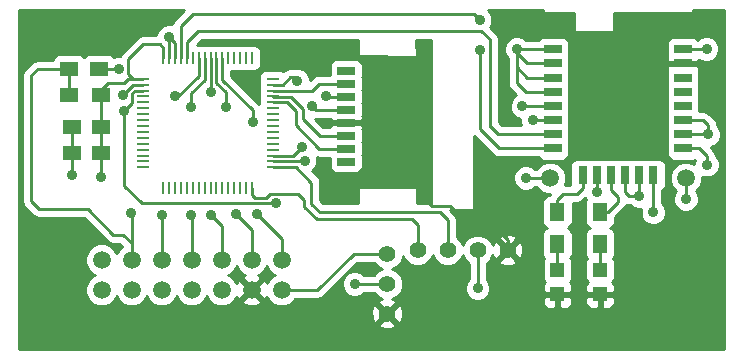
<source format=gtl>
G04 #@! TF.FileFunction,Copper,L1,Top,Signal*
%FSLAX46Y46*%
G04 Gerber Fmt 4.6, Leading zero omitted, Abs format (unit mm)*
G04 Created by KiCad (PCBNEW (2014-11-02 BZR 5250)-product) date 2/2/2015 7:49:39 PM*
%MOMM*%
G01*
G04 APERTURE LIST*
%ADD10C,0.100000*%
%ADD11R,1.500000X1.250000*%
%ADD12R,1.198880X1.198880*%
%ADD13C,1.397000*%
%ADD14R,1.500000X1.300000*%
%ADD15R,1.300000X1.500000*%
%ADD16R,1.000000X0.220000*%
%ADD17R,0.220000X1.000000*%
%ADD18C,1.500000*%
%ADD19R,1.500000X0.800000*%
%ADD20R,0.800000X1.500000*%
%ADD21R,1.500000X0.700000*%
%ADD22C,1.506220*%
%ADD23C,0.889000*%
%ADD24C,0.254000*%
G04 APERTURE END LIST*
D10*
D11*
X144023400Y-76250800D03*
X141523400Y-76250800D03*
X144226600Y-83362800D03*
X141726600Y-83362800D03*
X144226600Y-81178400D03*
X141726600Y-81178400D03*
D12*
X182854600Y-95321120D03*
X182854600Y-93223080D03*
X186461400Y-95321120D03*
X186461400Y-93223080D03*
D13*
X168447400Y-96956400D03*
X168447400Y-94416400D03*
X168457400Y-91876400D03*
D14*
X144225000Y-78486000D03*
X141525000Y-78486000D03*
D15*
X182854600Y-91037400D03*
X182854600Y-88337400D03*
X186461400Y-91037400D03*
X186461400Y-88337400D03*
D16*
X147738200Y-77072800D03*
X147738200Y-77572800D03*
X147738200Y-78072800D03*
X147738200Y-78572800D03*
X147738200Y-79072800D03*
X147738200Y-79572800D03*
X147738200Y-80072800D03*
X147738200Y-80572800D03*
X147738200Y-81072800D03*
X147738200Y-81572800D03*
X147738200Y-82072800D03*
X147738200Y-82572800D03*
X147738200Y-83072800D03*
X147738200Y-83572800D03*
X147738200Y-84072800D03*
X147738200Y-84572800D03*
D17*
X149488200Y-86322800D03*
X149988200Y-86322800D03*
X150488200Y-86322800D03*
X150988200Y-86322800D03*
X151488200Y-86322800D03*
X151988200Y-86322800D03*
X152488200Y-86322800D03*
X152988200Y-86322800D03*
X153488200Y-86322800D03*
X153988200Y-86322800D03*
X154488200Y-86322800D03*
X154988200Y-86322800D03*
X155488200Y-86322800D03*
X155988200Y-86322800D03*
X156488200Y-86322800D03*
X156988200Y-86322800D03*
D16*
X158738200Y-84572800D03*
X158738200Y-84072800D03*
X158738200Y-83572800D03*
X158738200Y-83072800D03*
X158738200Y-82572800D03*
X158738200Y-82072800D03*
X158738200Y-81572800D03*
X158738200Y-81072800D03*
X158738200Y-80572800D03*
X158738200Y-80072800D03*
X158738200Y-79572800D03*
X158738200Y-79072800D03*
X158738200Y-78572800D03*
X158738200Y-78072800D03*
X158738200Y-77572800D03*
X158738200Y-77072800D03*
D17*
X156988200Y-75322800D03*
X156488200Y-75322800D03*
X155988200Y-75322800D03*
X155488200Y-75322800D03*
X154988200Y-75322800D03*
X154488200Y-75322800D03*
X153988200Y-75322800D03*
X153488200Y-75322800D03*
X152988200Y-75322800D03*
X152488200Y-75322800D03*
X151988200Y-75322800D03*
X151488200Y-75322800D03*
X150988200Y-75322800D03*
X150488200Y-75322800D03*
X149988200Y-75322800D03*
X149488200Y-75322800D03*
D18*
X182235400Y-85467400D03*
D19*
X182485400Y-82967400D03*
X182485400Y-81767400D03*
X182485400Y-80567400D03*
X182485400Y-79367400D03*
X182485400Y-78167400D03*
X182485400Y-76967400D03*
X182485400Y-75767400D03*
X182485400Y-74567400D03*
X193485400Y-74567400D03*
X193485400Y-75767400D03*
X193485400Y-76967400D03*
X193485400Y-78167400D03*
X193485400Y-79367400D03*
X193485400Y-80567400D03*
X193485400Y-81767400D03*
X193485400Y-82967400D03*
D20*
X184985400Y-85217400D03*
X186185400Y-85217400D03*
X187385400Y-85217400D03*
X188585400Y-85217400D03*
X189785400Y-85217400D03*
X190985400Y-85217400D03*
D18*
X193735400Y-85467400D03*
D21*
X164979200Y-84098200D03*
X164979200Y-82998200D03*
X164979200Y-81898200D03*
X164979200Y-80798200D03*
X164979200Y-79698200D03*
X164979200Y-78598200D03*
X164979200Y-77498200D03*
X164979200Y-76398200D03*
D22*
X159496600Y-92406000D03*
X159496600Y-94946000D03*
X156956600Y-92406000D03*
X156956600Y-94946000D03*
X154416600Y-92406000D03*
X154416600Y-94946000D03*
X151876600Y-92406000D03*
X151876600Y-94946000D03*
X149336600Y-92406000D03*
X149336600Y-94946000D03*
X146796600Y-92406000D03*
X146796600Y-94946000D03*
X144256600Y-92406000D03*
X144256600Y-94946000D03*
D13*
X171013600Y-91587000D03*
X173553600Y-91587000D03*
X176093600Y-91597000D03*
X178633600Y-91597000D03*
D23*
X144246600Y-85369400D03*
X165684200Y-94437200D03*
X146037300Y-78435200D03*
X190969900Y-88379300D03*
X195503800Y-84353400D03*
X146177000Y-79806800D03*
X158991300Y-87617300D03*
X180771800Y-80568800D03*
X161442400Y-84048600D03*
X179882800Y-79400400D03*
X161188400Y-82880200D03*
X162077400Y-79349600D03*
X160832800Y-77241400D03*
X157048200Y-80721200D03*
X157403800Y-88544400D03*
X154762200Y-79451200D03*
X155625800Y-88544400D03*
X153492200Y-78232000D03*
X153492200Y-88595200D03*
X151866600Y-79502000D03*
X151866600Y-88595200D03*
X176276000Y-74676000D03*
X176276000Y-72085200D03*
X150495000Y-78536800D03*
X146786600Y-88442800D03*
X149339300Y-88620600D03*
X176093120Y-94813120D03*
X163271200Y-78574900D03*
X145719800Y-76250800D03*
X141732000Y-85191600D03*
X149987000Y-73533000D03*
X195630800Y-81788000D03*
X195478400Y-74549000D03*
X180174900Y-85458300D03*
X193738500Y-87274400D03*
X189788800Y-87020400D03*
X186182000Y-86702900D03*
X179412900Y-74574400D03*
X171411900Y-96951800D03*
X178628040Y-94787720D03*
D24*
X144226600Y-83362800D02*
X144226600Y-81178400D01*
X144226600Y-78487600D02*
X144225000Y-78486000D01*
X144226600Y-81178400D02*
X144226600Y-78487600D01*
X144805400Y-77470000D02*
X146126200Y-77470000D01*
X146126200Y-77470000D02*
X146523400Y-77072800D01*
X146523400Y-77072800D02*
X147738200Y-77072800D01*
X144225000Y-78050400D02*
X144805400Y-77470000D01*
X144225000Y-78486000D02*
X144225000Y-78050400D01*
X146948200Y-77072800D02*
X146532600Y-76657200D01*
X146532600Y-76657200D02*
X146532600Y-75438000D01*
X146532600Y-75438000D02*
X147802600Y-74168000D01*
X147802600Y-74168000D02*
X149225000Y-74168000D01*
X149225000Y-74168000D02*
X149488200Y-74431200D01*
X149488200Y-74431200D02*
X149488200Y-75322800D01*
X147738200Y-77072800D02*
X146948200Y-77072800D01*
X144226600Y-85349400D02*
X144246600Y-85369400D01*
X165684200Y-94437200D02*
X165705000Y-94416400D01*
X165705000Y-94416400D02*
X168447400Y-94416400D01*
X144226600Y-83362800D02*
X144226600Y-85349400D01*
X182854600Y-87299800D02*
X183337200Y-86817200D01*
X183337200Y-86817200D02*
X184518300Y-86817200D01*
X184518300Y-86817200D02*
X184985400Y-86350100D01*
X184985400Y-86350100D02*
X184985400Y-85217400D01*
X182854600Y-88337400D02*
X182854600Y-87299800D01*
X187138300Y-88337400D02*
X187972700Y-87503000D01*
X187972700Y-87503000D02*
X187972700Y-87058500D01*
X187972700Y-87058500D02*
X187385400Y-86471200D01*
X187385400Y-86471200D02*
X187385400Y-85217400D01*
X186461400Y-88337400D02*
X187138300Y-88337400D01*
X190985400Y-88363800D02*
X190985400Y-85217400D01*
X147738200Y-77572800D02*
X146899700Y-77572800D01*
X146037300Y-78435200D02*
X146899700Y-77572800D01*
X190985400Y-88363800D02*
X190969900Y-88379300D01*
X194867100Y-82967400D02*
X195503800Y-83604100D01*
X195503800Y-83604100D02*
X195503800Y-84353400D01*
X193485400Y-82967400D02*
X194867100Y-82967400D01*
X147085500Y-78072800D02*
X146862800Y-78295500D01*
X146862800Y-78295500D02*
X146862800Y-79121000D01*
X146862800Y-79121000D02*
X146177000Y-79806800D01*
X147085500Y-78072800D02*
X147738200Y-78072800D01*
X146177000Y-86131400D02*
X146177000Y-79806800D01*
X147675600Y-87630000D02*
X146177000Y-86131400D01*
X149288500Y-87630000D02*
X147675600Y-87630000D01*
X149301200Y-87617300D02*
X149288500Y-87630000D01*
X158991300Y-87617300D02*
X149301200Y-87617300D01*
X180773200Y-80567400D02*
X180771800Y-80568800D01*
X182485400Y-80567400D02*
X180773200Y-80567400D01*
X161418200Y-84072800D02*
X158738200Y-84072800D01*
X161442400Y-84048600D02*
X161418200Y-84072800D01*
X179915800Y-79367400D02*
X179882800Y-79400400D01*
X160495800Y-83572800D02*
X158738200Y-83572800D01*
X161188400Y-82880200D02*
X160495800Y-83572800D01*
X182485400Y-79367400D02*
X179915800Y-79367400D01*
X162703400Y-82998200D02*
X160705800Y-81000600D01*
X164979200Y-82998200D02*
X162703400Y-82998200D01*
X160705800Y-81000600D02*
X160705800Y-79781400D01*
X160705800Y-79781400D02*
X159997200Y-79072800D01*
X159997200Y-79072800D02*
X158738200Y-79072800D01*
X158738200Y-78615598D02*
X158738200Y-78572800D01*
X161315400Y-80492600D02*
X161315400Y-79654400D01*
X161315400Y-79654400D02*
X160276598Y-78615598D01*
X160276598Y-78615598D02*
X158738200Y-78615598D01*
X162721000Y-81898200D02*
X161315400Y-80492600D01*
X164979200Y-81898200D02*
X162721000Y-81898200D01*
X162109600Y-78072800D02*
X158738200Y-78072800D01*
X162684200Y-77498200D02*
X162109600Y-78072800D01*
X164979200Y-77498200D02*
X162684200Y-77498200D01*
X160832800Y-77241400D02*
X160553400Y-76962000D01*
X160553400Y-76962000D02*
X160197800Y-76962000D01*
X160197800Y-76962000D02*
X159587000Y-77572800D01*
X159587000Y-77572800D02*
X158738200Y-77572800D01*
X162426000Y-79698200D02*
X162077400Y-79349600D01*
X164979200Y-79698200D02*
X162426000Y-79698200D01*
X154488200Y-77196000D02*
X157048200Y-79756000D01*
X157048200Y-79756000D02*
X157048200Y-80721200D01*
X157403800Y-88544400D02*
X159496600Y-90637200D01*
X159496600Y-90637200D02*
X159496600Y-92406000D01*
X154488200Y-75322800D02*
X154488200Y-77196000D01*
X153988200Y-77458000D02*
X154762200Y-78232000D01*
X154762200Y-78232000D02*
X154762200Y-79451200D01*
X155625800Y-88544400D02*
X156956600Y-89875200D01*
X156956600Y-89875200D02*
X156956600Y-92406000D01*
X153988200Y-75322800D02*
X153988200Y-77458000D01*
X153488200Y-78228000D02*
X153492200Y-78232000D01*
X153492200Y-88595200D02*
X154416600Y-89519600D01*
X154416600Y-89519600D02*
X154416600Y-92406000D01*
X153488200Y-75322800D02*
X153488200Y-78228000D01*
X152988200Y-77161200D02*
X151866600Y-78282800D01*
X151866600Y-78282800D02*
X151866600Y-79502000D01*
X151866600Y-88595200D02*
X151876600Y-88605200D01*
X151876600Y-88605200D02*
X151876600Y-92406000D01*
X152988200Y-75322800D02*
X152988200Y-77161200D01*
X177114200Y-81051400D02*
X177114200Y-73710800D01*
X177114200Y-81127600D02*
X177114200Y-81051400D01*
X177114200Y-73710800D02*
X176403000Y-72999600D01*
X176403000Y-72999600D02*
X152425400Y-72999600D01*
X152425400Y-72999600D02*
X151488200Y-73936800D01*
X151488200Y-73936800D02*
X151488200Y-75322800D01*
X177830200Y-81767400D02*
X177114200Y-81051400D01*
X182485400Y-81767400D02*
X180167000Y-81767400D01*
X180167000Y-81767400D02*
X177830200Y-81767400D01*
X177938000Y-82967400D02*
X176276000Y-81305400D01*
X176276000Y-81305400D02*
X176276000Y-74676000D01*
X176276000Y-72085200D02*
X175768000Y-71577200D01*
X180351000Y-82967400D02*
X182485400Y-82967400D01*
X150988200Y-75322800D02*
X150988200Y-72582600D01*
X151993600Y-71577200D02*
X150988200Y-72582600D01*
X175768000Y-71577200D02*
X151993600Y-71577200D01*
X180351000Y-82967400D02*
X177938000Y-82967400D01*
X165603400Y-91876400D02*
X162533800Y-94946000D01*
X162533800Y-94946000D02*
X159496600Y-94946000D01*
X168457400Y-91876400D02*
X165603400Y-91876400D01*
X146796600Y-90982800D02*
X146796600Y-92406000D01*
X152488200Y-76797600D02*
X150749000Y-78536800D01*
X150749000Y-78536800D02*
X150495000Y-78536800D01*
X146786600Y-88442800D02*
X146796600Y-88452800D01*
X146796600Y-90271600D02*
X146796600Y-90982800D01*
X146796600Y-88452800D02*
X146796600Y-90271600D01*
X152488200Y-75322800D02*
X152488200Y-76797600D01*
X141525000Y-76252400D02*
X141523400Y-76250800D01*
X141525000Y-78486000D02*
X141525000Y-76252400D01*
X146075400Y-90271600D02*
X146796600Y-90992800D01*
X146796600Y-90992800D02*
X146786600Y-90982800D01*
X146786600Y-90982800D02*
X146796600Y-90982800D01*
X141523400Y-76250800D02*
X138836400Y-76250800D01*
X138303000Y-76784200D02*
X138836400Y-76250800D01*
X138303000Y-87452200D02*
X138303000Y-76784200D01*
X138938000Y-88087200D02*
X138303000Y-87452200D01*
X143078200Y-88087200D02*
X138938000Y-88087200D01*
X145262600Y-90271600D02*
X143078200Y-88087200D01*
X145262600Y-90271600D02*
X146075400Y-90271600D01*
X182854600Y-91037400D02*
X182854600Y-93223080D01*
X186461400Y-91037400D02*
X186461400Y-93223080D01*
X149336600Y-92406000D02*
X149336600Y-88623300D01*
X149336600Y-88623300D02*
X149339300Y-88620600D01*
X176093600Y-91597000D02*
X176093600Y-94812640D01*
X176093600Y-94812640D02*
X176093120Y-94813120D01*
X163294500Y-78598200D02*
X163271200Y-78574900D01*
X164979200Y-78598200D02*
X163294500Y-78598200D01*
X144023400Y-76250800D02*
X145719800Y-76250800D01*
X141726600Y-81178400D02*
X141726600Y-83362800D01*
X141726600Y-85186200D02*
X141732000Y-85191600D01*
X141726600Y-83362800D02*
X141726600Y-85186200D01*
X150488200Y-74034200D02*
X149987000Y-73533000D01*
X149988200Y-73534200D02*
X149988200Y-75322800D01*
X149988200Y-73534200D02*
X149987000Y-73533000D01*
X150488200Y-75322800D02*
X150488200Y-74034200D01*
X180275700Y-75767400D02*
X179412900Y-74904600D01*
X179412900Y-74904600D02*
X179412900Y-74574400D01*
X179419900Y-74567400D02*
X179412900Y-74574400D01*
X179419900Y-74567400D02*
X182485400Y-74567400D01*
X182485400Y-75767400D02*
X180275700Y-75767400D01*
X180320000Y-76967400D02*
X179412900Y-76060300D01*
X179412900Y-76060300D02*
X179412900Y-74574400D01*
X182485400Y-76967400D02*
X180320000Y-76967400D01*
X180173800Y-78167400D02*
X179412900Y-77406500D01*
X179412900Y-77406500D02*
X179412900Y-74574400D01*
X182485400Y-78167400D02*
X180173800Y-78167400D01*
X195184900Y-80567400D02*
X195630800Y-81013300D01*
X195630800Y-81013300D02*
X195630800Y-81788000D01*
X195610200Y-81767400D02*
X193485400Y-81767400D01*
X195610200Y-81767400D02*
X195630800Y-81788000D01*
X193485400Y-80567400D02*
X195184900Y-80567400D01*
X195460000Y-74567400D02*
X195478400Y-74549000D01*
X193485400Y-74567400D02*
X195460000Y-74567400D01*
X180184000Y-85467400D02*
X180174900Y-85458300D01*
X182235400Y-85467400D02*
X180184000Y-85467400D01*
X193735400Y-87271300D02*
X193738500Y-87274400D01*
X193735400Y-85467400D02*
X193735400Y-87271300D01*
X189785400Y-87017000D02*
X189788800Y-87020400D01*
X189785400Y-85217400D02*
X189785400Y-87017000D01*
X188585400Y-86693300D02*
X188912500Y-87020400D01*
X188912500Y-87020400D02*
X189788800Y-87020400D01*
X188585400Y-85217400D02*
X188585400Y-86693300D01*
X186185400Y-86699500D02*
X186182000Y-86702900D01*
X186185400Y-85217400D02*
X186185400Y-86699500D01*
X178633600Y-90749600D02*
X178633600Y-91597000D01*
X177800000Y-89916000D02*
X178633600Y-90749600D01*
X175260000Y-89916000D02*
X177800000Y-89916000D01*
X174752000Y-89408000D02*
X175260000Y-89916000D01*
X164979200Y-80798200D02*
X167158200Y-80798200D01*
X174752000Y-88900000D02*
X174752000Y-89408000D01*
X173736000Y-87884000D02*
X174752000Y-88900000D01*
X172212000Y-87884000D02*
X173736000Y-87884000D01*
X171704000Y-87376000D02*
X172212000Y-87884000D01*
X171704000Y-85344000D02*
X171704000Y-87376000D01*
X167158200Y-80798200D02*
X171704000Y-85344000D01*
X156988200Y-86322800D02*
X156988200Y-86917218D01*
X171013600Y-89449120D02*
X171013600Y-91587000D01*
X170515280Y-88950800D02*
X171013600Y-89449120D01*
X162483800Y-88950800D02*
X170515280Y-88950800D01*
X161437320Y-87904320D02*
X162483800Y-88950800D01*
X161437320Y-87335360D02*
X161437320Y-87904320D01*
X160903920Y-86801960D02*
X161437320Y-87335360D01*
X158536640Y-86801960D02*
X160903920Y-86801960D01*
X158178502Y-87160098D02*
X158536640Y-86801960D01*
X157231080Y-87160098D02*
X158178502Y-87160098D01*
X156988200Y-86917218D02*
X157231080Y-87160098D01*
X158738200Y-84572800D02*
X160706760Y-84572800D01*
X173553600Y-89022400D02*
X173553600Y-91587000D01*
X172923200Y-88392000D02*
X173553600Y-89022400D01*
X162727640Y-88392000D02*
X172923200Y-88392000D01*
X162011360Y-87675720D02*
X162727640Y-88392000D01*
X162011360Y-85877400D02*
X162011360Y-87675720D01*
X160706760Y-84572800D02*
X162011360Y-85877400D01*
G36*
X172161200Y-87630000D02*
X170942000Y-87630000D01*
X170942000Y-86207600D01*
X165938200Y-86207600D01*
X165938200Y-87630000D01*
X163043269Y-87630000D01*
X162773360Y-87360090D01*
X162773360Y-85877400D01*
X162715356Y-85585796D01*
X162715356Y-85585795D01*
X162550175Y-85338585D01*
X162114537Y-84902947D01*
X162357022Y-84660886D01*
X162521713Y-84264268D01*
X162522087Y-83834816D01*
X162472258Y-83714223D01*
X162703400Y-83760200D01*
X163594200Y-83760200D01*
X163594200Y-83874509D01*
X163594200Y-84574509D01*
X163690873Y-84807898D01*
X163869501Y-84986527D01*
X164102890Y-85083200D01*
X164355509Y-85083200D01*
X165855509Y-85083200D01*
X166088898Y-84986527D01*
X166267527Y-84807899D01*
X166364200Y-84574510D01*
X166364200Y-84321891D01*
X166364200Y-83621891D01*
X166333676Y-83548200D01*
X166364200Y-83474510D01*
X166364200Y-83221891D01*
X166364200Y-82521891D01*
X166333676Y-82448200D01*
X166364200Y-82374510D01*
X166364200Y-82121891D01*
X166364200Y-81421891D01*
X166333676Y-81348200D01*
X166364200Y-81274509D01*
X166364200Y-81083950D01*
X166205450Y-80925200D01*
X165884480Y-80925200D01*
X165855510Y-80913200D01*
X165602891Y-80913200D01*
X164102891Y-80913200D01*
X164073920Y-80925200D01*
X163752950Y-80925200D01*
X163594200Y-81083950D01*
X163594200Y-81136200D01*
X163036630Y-81136200D01*
X162344398Y-80443968D01*
X162426000Y-80460200D01*
X163594200Y-80460200D01*
X163594200Y-80512450D01*
X163752950Y-80671200D01*
X164073919Y-80671200D01*
X164102890Y-80683200D01*
X164355509Y-80683200D01*
X165855509Y-80683200D01*
X165884479Y-80671200D01*
X166205450Y-80671200D01*
X166364200Y-80512450D01*
X166364200Y-80321891D01*
X166333676Y-80248200D01*
X166364200Y-80174510D01*
X166364200Y-79921891D01*
X166364200Y-79221891D01*
X166333676Y-79148200D01*
X166364200Y-79074510D01*
X166364200Y-78821891D01*
X166364200Y-78121891D01*
X166333676Y-78048200D01*
X166364200Y-77974510D01*
X166364200Y-77721891D01*
X166364200Y-77021891D01*
X166333676Y-76948200D01*
X166364200Y-76874510D01*
X166364200Y-76621891D01*
X166364200Y-75921891D01*
X166267527Y-75688502D01*
X166088899Y-75509873D01*
X165855510Y-75413200D01*
X165602891Y-75413200D01*
X164102891Y-75413200D01*
X163869502Y-75509873D01*
X163690873Y-75688501D01*
X163594200Y-75921890D01*
X163594200Y-76174509D01*
X163594200Y-76736200D01*
X162684200Y-76736200D01*
X162392595Y-76794204D01*
X162145385Y-76959385D01*
X161912343Y-77192426D01*
X161912487Y-77027616D01*
X161748489Y-76630711D01*
X161445086Y-76326778D01*
X161048468Y-76162087D01*
X160619016Y-76161713D01*
X160526354Y-76200000D01*
X160197800Y-76200000D01*
X159906195Y-76258004D01*
X159807176Y-76324165D01*
X159658985Y-76423184D01*
X159627797Y-76454371D01*
X159597899Y-76424473D01*
X159364510Y-76327800D01*
X159111891Y-76327800D01*
X158111891Y-76327800D01*
X157878502Y-76424473D01*
X157699873Y-76603101D01*
X157603200Y-76836490D01*
X157603200Y-77089109D01*
X157603200Y-77309109D01*
X157608870Y-77322799D01*
X157603200Y-77336490D01*
X157603200Y-77589109D01*
X157603200Y-77809109D01*
X157608870Y-77822799D01*
X157603200Y-77836490D01*
X157603200Y-78089109D01*
X157603200Y-78309109D01*
X157608870Y-78322799D01*
X157603200Y-78336490D01*
X157603200Y-78589109D01*
X157603200Y-78809109D01*
X157608870Y-78822799D01*
X157603200Y-78836490D01*
X157603200Y-79089109D01*
X157603200Y-79241406D01*
X157587016Y-79217185D01*
X155250200Y-76880369D01*
X155250200Y-76457099D01*
X155251890Y-76457800D01*
X155504509Y-76457800D01*
X155724509Y-76457800D01*
X155738199Y-76452129D01*
X155751890Y-76457800D01*
X156004509Y-76457800D01*
X156224509Y-76457800D01*
X156238199Y-76452129D01*
X156251890Y-76457800D01*
X156504509Y-76457800D01*
X156724509Y-76457800D01*
X156738199Y-76452129D01*
X156751890Y-76457800D01*
X157004509Y-76457800D01*
X157224509Y-76457800D01*
X157457898Y-76361127D01*
X157636527Y-76182499D01*
X157733200Y-75949110D01*
X157733200Y-75696491D01*
X157733200Y-74696491D01*
X157636527Y-74463102D01*
X157457899Y-74284473D01*
X157224510Y-74187800D01*
X156971891Y-74187800D01*
X156751891Y-74187800D01*
X156738200Y-74193470D01*
X156724510Y-74187800D01*
X156471891Y-74187800D01*
X156251891Y-74187800D01*
X156238200Y-74193470D01*
X156224510Y-74187800D01*
X155971891Y-74187800D01*
X155751891Y-74187800D01*
X155738200Y-74193470D01*
X155724510Y-74187800D01*
X155471891Y-74187800D01*
X155251891Y-74187800D01*
X155238200Y-74193470D01*
X155224510Y-74187800D01*
X154971891Y-74187800D01*
X154751891Y-74187800D01*
X154738200Y-74193470D01*
X154724510Y-74187800D01*
X154471891Y-74187800D01*
X154251891Y-74187800D01*
X154238200Y-74193470D01*
X154224510Y-74187800D01*
X153971891Y-74187800D01*
X153751891Y-74187800D01*
X153738200Y-74193470D01*
X153724510Y-74187800D01*
X153471891Y-74187800D01*
X153251891Y-74187800D01*
X153238200Y-74193470D01*
X153224510Y-74187800D01*
X152971891Y-74187800D01*
X152751891Y-74187800D01*
X152738200Y-74193470D01*
X152724510Y-74187800D01*
X152471891Y-74187800D01*
X152314830Y-74187800D01*
X152741030Y-73761600D01*
X165938200Y-73761600D01*
X165938200Y-75180754D01*
X170929879Y-75212752D01*
X170892669Y-73761600D01*
X172161200Y-73761600D01*
X172161200Y-87630000D01*
X172161200Y-87630000D01*
G37*
X172161200Y-87630000D02*
X170942000Y-87630000D01*
X170942000Y-86207600D01*
X165938200Y-86207600D01*
X165938200Y-87630000D01*
X163043269Y-87630000D01*
X162773360Y-87360090D01*
X162773360Y-85877400D01*
X162715356Y-85585796D01*
X162715356Y-85585795D01*
X162550175Y-85338585D01*
X162114537Y-84902947D01*
X162357022Y-84660886D01*
X162521713Y-84264268D01*
X162522087Y-83834816D01*
X162472258Y-83714223D01*
X162703400Y-83760200D01*
X163594200Y-83760200D01*
X163594200Y-83874509D01*
X163594200Y-84574509D01*
X163690873Y-84807898D01*
X163869501Y-84986527D01*
X164102890Y-85083200D01*
X164355509Y-85083200D01*
X165855509Y-85083200D01*
X166088898Y-84986527D01*
X166267527Y-84807899D01*
X166364200Y-84574510D01*
X166364200Y-84321891D01*
X166364200Y-83621891D01*
X166333676Y-83548200D01*
X166364200Y-83474510D01*
X166364200Y-83221891D01*
X166364200Y-82521891D01*
X166333676Y-82448200D01*
X166364200Y-82374510D01*
X166364200Y-82121891D01*
X166364200Y-81421891D01*
X166333676Y-81348200D01*
X166364200Y-81274509D01*
X166364200Y-81083950D01*
X166205450Y-80925200D01*
X165884480Y-80925200D01*
X165855510Y-80913200D01*
X165602891Y-80913200D01*
X164102891Y-80913200D01*
X164073920Y-80925200D01*
X163752950Y-80925200D01*
X163594200Y-81083950D01*
X163594200Y-81136200D01*
X163036630Y-81136200D01*
X162344398Y-80443968D01*
X162426000Y-80460200D01*
X163594200Y-80460200D01*
X163594200Y-80512450D01*
X163752950Y-80671200D01*
X164073919Y-80671200D01*
X164102890Y-80683200D01*
X164355509Y-80683200D01*
X165855509Y-80683200D01*
X165884479Y-80671200D01*
X166205450Y-80671200D01*
X166364200Y-80512450D01*
X166364200Y-80321891D01*
X166333676Y-80248200D01*
X166364200Y-80174510D01*
X166364200Y-79921891D01*
X166364200Y-79221891D01*
X166333676Y-79148200D01*
X166364200Y-79074510D01*
X166364200Y-78821891D01*
X166364200Y-78121891D01*
X166333676Y-78048200D01*
X166364200Y-77974510D01*
X166364200Y-77721891D01*
X166364200Y-77021891D01*
X166333676Y-76948200D01*
X166364200Y-76874510D01*
X166364200Y-76621891D01*
X166364200Y-75921891D01*
X166267527Y-75688502D01*
X166088899Y-75509873D01*
X165855510Y-75413200D01*
X165602891Y-75413200D01*
X164102891Y-75413200D01*
X163869502Y-75509873D01*
X163690873Y-75688501D01*
X163594200Y-75921890D01*
X163594200Y-76174509D01*
X163594200Y-76736200D01*
X162684200Y-76736200D01*
X162392595Y-76794204D01*
X162145385Y-76959385D01*
X161912343Y-77192426D01*
X161912487Y-77027616D01*
X161748489Y-76630711D01*
X161445086Y-76326778D01*
X161048468Y-76162087D01*
X160619016Y-76161713D01*
X160526354Y-76200000D01*
X160197800Y-76200000D01*
X159906195Y-76258004D01*
X159807176Y-76324165D01*
X159658985Y-76423184D01*
X159627797Y-76454371D01*
X159597899Y-76424473D01*
X159364510Y-76327800D01*
X159111891Y-76327800D01*
X158111891Y-76327800D01*
X157878502Y-76424473D01*
X157699873Y-76603101D01*
X157603200Y-76836490D01*
X157603200Y-77089109D01*
X157603200Y-77309109D01*
X157608870Y-77322799D01*
X157603200Y-77336490D01*
X157603200Y-77589109D01*
X157603200Y-77809109D01*
X157608870Y-77822799D01*
X157603200Y-77836490D01*
X157603200Y-78089109D01*
X157603200Y-78309109D01*
X157608870Y-78322799D01*
X157603200Y-78336490D01*
X157603200Y-78589109D01*
X157603200Y-78809109D01*
X157608870Y-78822799D01*
X157603200Y-78836490D01*
X157603200Y-79089109D01*
X157603200Y-79241406D01*
X157587016Y-79217185D01*
X155250200Y-76880369D01*
X155250200Y-76457099D01*
X155251890Y-76457800D01*
X155504509Y-76457800D01*
X155724509Y-76457800D01*
X155738199Y-76452129D01*
X155751890Y-76457800D01*
X156004509Y-76457800D01*
X156224509Y-76457800D01*
X156238199Y-76452129D01*
X156251890Y-76457800D01*
X156504509Y-76457800D01*
X156724509Y-76457800D01*
X156738199Y-76452129D01*
X156751890Y-76457800D01*
X157004509Y-76457800D01*
X157224509Y-76457800D01*
X157457898Y-76361127D01*
X157636527Y-76182499D01*
X157733200Y-75949110D01*
X157733200Y-75696491D01*
X157733200Y-74696491D01*
X157636527Y-74463102D01*
X157457899Y-74284473D01*
X157224510Y-74187800D01*
X156971891Y-74187800D01*
X156751891Y-74187800D01*
X156738200Y-74193470D01*
X156724510Y-74187800D01*
X156471891Y-74187800D01*
X156251891Y-74187800D01*
X156238200Y-74193470D01*
X156224510Y-74187800D01*
X155971891Y-74187800D01*
X155751891Y-74187800D01*
X155738200Y-74193470D01*
X155724510Y-74187800D01*
X155471891Y-74187800D01*
X155251891Y-74187800D01*
X155238200Y-74193470D01*
X155224510Y-74187800D01*
X154971891Y-74187800D01*
X154751891Y-74187800D01*
X154738200Y-74193470D01*
X154724510Y-74187800D01*
X154471891Y-74187800D01*
X154251891Y-74187800D01*
X154238200Y-74193470D01*
X154224510Y-74187800D01*
X153971891Y-74187800D01*
X153751891Y-74187800D01*
X153738200Y-74193470D01*
X153724510Y-74187800D01*
X153471891Y-74187800D01*
X153251891Y-74187800D01*
X153238200Y-74193470D01*
X153224510Y-74187800D01*
X152971891Y-74187800D01*
X152751891Y-74187800D01*
X152738200Y-74193470D01*
X152724510Y-74187800D01*
X152471891Y-74187800D01*
X152314830Y-74187800D01*
X152741030Y-73761600D01*
X165938200Y-73761600D01*
X165938200Y-75180754D01*
X170929879Y-75212752D01*
X170892669Y-73761600D01*
X172161200Y-73761600D01*
X172161200Y-87630000D01*
G36*
X196977000Y-99949000D02*
X196710487Y-99949000D01*
X196710487Y-81574216D01*
X196558087Y-81205380D01*
X196558087Y-74335216D01*
X196394089Y-73938311D01*
X196090686Y-73634378D01*
X195694068Y-73469687D01*
X195264616Y-73469313D01*
X194867711Y-73633311D01*
X194733406Y-73767381D01*
X194595099Y-73629073D01*
X194361710Y-73532400D01*
X194109091Y-73532400D01*
X192609091Y-73532400D01*
X192375702Y-73629073D01*
X192197073Y-73807701D01*
X192100400Y-74041090D01*
X192100400Y-74293709D01*
X192100400Y-75093709D01*
X192130923Y-75167399D01*
X192100400Y-75241090D01*
X192100400Y-75481650D01*
X192259150Y-75640400D01*
X193358400Y-75640400D01*
X193358400Y-75620400D01*
X193612400Y-75620400D01*
X193612400Y-75640400D01*
X194711650Y-75640400D01*
X194870400Y-75481650D01*
X194870400Y-75465401D01*
X195262732Y-75628313D01*
X195692184Y-75628687D01*
X196089089Y-75464689D01*
X196393022Y-75161286D01*
X196557713Y-74764668D01*
X196558087Y-74335216D01*
X196558087Y-81205380D01*
X196546489Y-81177311D01*
X196392800Y-81023353D01*
X196392800Y-81013300D01*
X196334796Y-80721696D01*
X196334796Y-80721695D01*
X196169615Y-80474485D01*
X195723715Y-80028585D01*
X195476505Y-79863404D01*
X195184900Y-79805400D01*
X194870400Y-79805400D01*
X194870400Y-79641091D01*
X194870400Y-78841091D01*
X194839876Y-78767400D01*
X194870400Y-78693710D01*
X194870400Y-78441091D01*
X194870400Y-77641091D01*
X194839876Y-77567400D01*
X194870400Y-77493710D01*
X194870400Y-77241091D01*
X194870400Y-76441091D01*
X194839876Y-76367400D01*
X194870400Y-76293710D01*
X194870400Y-76053150D01*
X194711650Y-75894400D01*
X193612400Y-75894400D01*
X193612400Y-75914400D01*
X193358400Y-75914400D01*
X193358400Y-75894400D01*
X192259150Y-75894400D01*
X192100400Y-76053150D01*
X192100400Y-76293710D01*
X192130923Y-76367400D01*
X192100400Y-76441090D01*
X192100400Y-76693709D01*
X192100400Y-77493709D01*
X192130923Y-77567399D01*
X192100400Y-77641090D01*
X192100400Y-77893709D01*
X192100400Y-78693709D01*
X192130923Y-78767399D01*
X192100400Y-78841090D01*
X192100400Y-79093709D01*
X192100400Y-79893709D01*
X192130923Y-79967399D01*
X192100400Y-80041090D01*
X192100400Y-80293709D01*
X192100400Y-81093709D01*
X192130923Y-81167399D01*
X192100400Y-81241090D01*
X192100400Y-81493709D01*
X192100400Y-82293709D01*
X192130923Y-82367399D01*
X192100400Y-82441090D01*
X192100400Y-82693709D01*
X192100400Y-83493709D01*
X192197073Y-83727098D01*
X192375701Y-83905727D01*
X192609090Y-84002400D01*
X192861709Y-84002400D01*
X194361709Y-84002400D01*
X194505395Y-83942882D01*
X194424487Y-84137732D01*
X194424385Y-84253836D01*
X194012102Y-84082641D01*
X193461115Y-84082160D01*
X192951885Y-84292569D01*
X192561939Y-84681836D01*
X192350641Y-85190698D01*
X192350160Y-85741685D01*
X192560569Y-86250915D01*
X192897593Y-86588527D01*
X192823878Y-86662114D01*
X192659187Y-87058732D01*
X192658813Y-87488184D01*
X192822811Y-87885089D01*
X193126214Y-88189022D01*
X193522832Y-88353713D01*
X193952284Y-88354087D01*
X194349189Y-88190089D01*
X194653122Y-87886686D01*
X194817813Y-87490068D01*
X194818187Y-87060616D01*
X194654189Y-86663711D01*
X194575929Y-86585315D01*
X194908861Y-86252964D01*
X195120159Y-85744102D01*
X195120491Y-85363102D01*
X195288132Y-85432713D01*
X195717584Y-85433087D01*
X196114489Y-85269089D01*
X196418422Y-84965686D01*
X196583113Y-84569068D01*
X196583487Y-84139616D01*
X196419489Y-83742711D01*
X196261987Y-83584934D01*
X196207796Y-83312496D01*
X196207796Y-83312495D01*
X196141634Y-83213476D01*
X196042616Y-83065285D01*
X195844890Y-82867560D01*
X196241489Y-82703689D01*
X196545422Y-82400286D01*
X196710113Y-82003668D01*
X196710487Y-81574216D01*
X196710487Y-99949000D01*
X192049587Y-99949000D01*
X192049587Y-88165516D01*
X191885589Y-87768611D01*
X191747400Y-87630180D01*
X191747400Y-86503425D01*
X191923727Y-86327099D01*
X192020400Y-86093710D01*
X192020400Y-85841091D01*
X192020400Y-84341091D01*
X191923727Y-84107702D01*
X191745099Y-83929073D01*
X191511710Y-83832400D01*
X191259091Y-83832400D01*
X190459091Y-83832400D01*
X190385400Y-83862923D01*
X190311710Y-83832400D01*
X190059091Y-83832400D01*
X189259091Y-83832400D01*
X189185400Y-83862923D01*
X189111710Y-83832400D01*
X188859091Y-83832400D01*
X188059091Y-83832400D01*
X187985400Y-83862923D01*
X187911710Y-83832400D01*
X187659091Y-83832400D01*
X186859091Y-83832400D01*
X186785400Y-83862923D01*
X186711710Y-83832400D01*
X186459091Y-83832400D01*
X185659091Y-83832400D01*
X185585400Y-83862923D01*
X185511710Y-83832400D01*
X185259091Y-83832400D01*
X184459091Y-83832400D01*
X184225702Y-83929073D01*
X184047073Y-84107701D01*
X183950400Y-84341090D01*
X183950400Y-84593709D01*
X183950400Y-86055200D01*
X183490979Y-86055200D01*
X183620159Y-85744102D01*
X183620640Y-85193115D01*
X183410231Y-84683885D01*
X183020964Y-84293939D01*
X182512102Y-84082641D01*
X181961115Y-84082160D01*
X181451885Y-84292569D01*
X181061939Y-84681836D01*
X181052154Y-84705400D01*
X180948625Y-84705400D01*
X180787186Y-84543678D01*
X180390568Y-84378987D01*
X179961116Y-84378613D01*
X179564211Y-84542611D01*
X179260278Y-84846014D01*
X179095587Y-85242632D01*
X179095213Y-85672084D01*
X179259211Y-86068989D01*
X179562614Y-86372922D01*
X179959232Y-86537613D01*
X180388684Y-86537987D01*
X180785589Y-86373989D01*
X180930430Y-86229400D01*
X181051679Y-86229400D01*
X181060569Y-86250915D01*
X181449836Y-86640861D01*
X181958698Y-86852159D01*
X182254691Y-86852417D01*
X182187885Y-86952400D01*
X182078291Y-86952400D01*
X181844902Y-87049073D01*
X181666273Y-87227701D01*
X181569600Y-87461090D01*
X181569600Y-87713709D01*
X181569600Y-89213709D01*
X181666273Y-89447098D01*
X181844901Y-89625727D01*
X181993793Y-89687400D01*
X181844902Y-89749073D01*
X181666273Y-89927701D01*
X181569600Y-90161090D01*
X181569600Y-90413709D01*
X181569600Y-91913709D01*
X181666273Y-92147098D01*
X181749974Y-92230799D01*
X181716833Y-92263941D01*
X181620160Y-92497330D01*
X181620160Y-92749949D01*
X181620160Y-93948829D01*
X181716833Y-94182218D01*
X181806714Y-94272100D01*
X181716833Y-94361982D01*
X181620160Y-94595371D01*
X181620160Y-95035370D01*
X181778910Y-95194120D01*
X182727600Y-95194120D01*
X182727600Y-95174120D01*
X182981600Y-95174120D01*
X182981600Y-95194120D01*
X183930290Y-95194120D01*
X184089040Y-95035370D01*
X184089040Y-94595371D01*
X183992367Y-94361982D01*
X183902485Y-94272099D01*
X183992367Y-94182219D01*
X184089040Y-93948830D01*
X184089040Y-93696211D01*
X184089040Y-92497331D01*
X183992367Y-92263942D01*
X183959225Y-92230800D01*
X184042927Y-92147099D01*
X184139600Y-91913710D01*
X184139600Y-91661091D01*
X184139600Y-90161091D01*
X184042927Y-89927702D01*
X183864299Y-89749073D01*
X183715406Y-89687399D01*
X183864298Y-89625727D01*
X184042927Y-89447099D01*
X184139600Y-89213710D01*
X184139600Y-88961091D01*
X184139600Y-87579200D01*
X184518300Y-87579200D01*
X184518300Y-87579199D01*
X184809904Y-87521196D01*
X184809905Y-87521196D01*
X185057115Y-87356015D01*
X185217550Y-87195579D01*
X185251921Y-87278764D01*
X185176400Y-87461090D01*
X185176400Y-87713709D01*
X185176400Y-89213709D01*
X185273073Y-89447098D01*
X185451701Y-89625727D01*
X185600593Y-89687400D01*
X185451702Y-89749073D01*
X185273073Y-89927701D01*
X185176400Y-90161090D01*
X185176400Y-90413709D01*
X185176400Y-91913709D01*
X185273073Y-92147098D01*
X185356774Y-92230799D01*
X185323633Y-92263941D01*
X185226960Y-92497330D01*
X185226960Y-92749949D01*
X185226960Y-93948829D01*
X185323633Y-94182218D01*
X185413514Y-94272100D01*
X185323633Y-94361982D01*
X185226960Y-94595371D01*
X185226960Y-95035370D01*
X185385710Y-95194120D01*
X186334400Y-95194120D01*
X186334400Y-95174120D01*
X186588400Y-95174120D01*
X186588400Y-95194120D01*
X187537090Y-95194120D01*
X187695840Y-95035370D01*
X187695840Y-94595371D01*
X187599167Y-94361982D01*
X187509285Y-94272099D01*
X187599167Y-94182219D01*
X187695840Y-93948830D01*
X187695840Y-93696211D01*
X187695840Y-92497331D01*
X187599167Y-92263942D01*
X187566025Y-92230800D01*
X187649727Y-92147099D01*
X187746400Y-91913710D01*
X187746400Y-91661091D01*
X187746400Y-90161091D01*
X187649727Y-89927702D01*
X187471099Y-89749073D01*
X187322206Y-89687399D01*
X187471098Y-89625727D01*
X187649727Y-89447099D01*
X187746400Y-89213710D01*
X187746400Y-88961091D01*
X187746400Y-88806930D01*
X188511515Y-88041815D01*
X188511516Y-88041815D01*
X188610534Y-87893623D01*
X188676696Y-87794605D01*
X188676696Y-87794604D01*
X188688005Y-87737745D01*
X188688006Y-87737745D01*
X188912500Y-87782400D01*
X189024158Y-87782400D01*
X189176514Y-87935022D01*
X189573132Y-88099713D01*
X189917004Y-88100012D01*
X189890587Y-88163632D01*
X189890213Y-88593084D01*
X190054211Y-88989989D01*
X190357614Y-89293922D01*
X190754232Y-89458613D01*
X191183684Y-89458987D01*
X191580589Y-89294989D01*
X191884522Y-88991586D01*
X192049213Y-88594968D01*
X192049587Y-88165516D01*
X192049587Y-99949000D01*
X187695840Y-99949000D01*
X187695840Y-96046869D01*
X187695840Y-95606870D01*
X187537090Y-95448120D01*
X186588400Y-95448120D01*
X186588400Y-96396810D01*
X186747150Y-96555560D01*
X186934531Y-96555560D01*
X187187150Y-96555560D01*
X187420539Y-96458887D01*
X187599167Y-96280258D01*
X187695840Y-96046869D01*
X187695840Y-99949000D01*
X186334400Y-99949000D01*
X186334400Y-96396810D01*
X186334400Y-95448120D01*
X185385710Y-95448120D01*
X185226960Y-95606870D01*
X185226960Y-96046869D01*
X185323633Y-96280258D01*
X185502261Y-96458887D01*
X185735650Y-96555560D01*
X185988269Y-96555560D01*
X186175650Y-96555560D01*
X186334400Y-96396810D01*
X186334400Y-99949000D01*
X184089040Y-99949000D01*
X184089040Y-96046869D01*
X184089040Y-95606870D01*
X183930290Y-95448120D01*
X182981600Y-95448120D01*
X182981600Y-96396810D01*
X183140350Y-96555560D01*
X183327731Y-96555560D01*
X183580350Y-96555560D01*
X183813739Y-96458887D01*
X183992367Y-96280258D01*
X184089040Y-96046869D01*
X184089040Y-99949000D01*
X182727600Y-99949000D01*
X182727600Y-96396810D01*
X182727600Y-95448120D01*
X181778910Y-95448120D01*
X181620160Y-95606870D01*
X181620160Y-96046869D01*
X181716833Y-96280258D01*
X181895461Y-96458887D01*
X182128850Y-96555560D01*
X182381469Y-96555560D01*
X182568850Y-96555560D01*
X182727600Y-96396810D01*
X182727600Y-99949000D01*
X179979527Y-99949000D01*
X179979527Y-91789520D01*
X179950748Y-91259801D01*
X179803400Y-90904071D01*
X179567788Y-90842417D01*
X179388183Y-91022022D01*
X179388183Y-90662812D01*
X179326529Y-90427200D01*
X178826120Y-90251073D01*
X178296401Y-90279852D01*
X177940671Y-90427200D01*
X177879017Y-90662812D01*
X178633600Y-91417395D01*
X179388183Y-90662812D01*
X179388183Y-91022022D01*
X178813205Y-91597000D01*
X179567788Y-92351583D01*
X179803400Y-92289929D01*
X179979527Y-91789520D01*
X179979527Y-99949000D01*
X179388183Y-99949000D01*
X179388183Y-92531188D01*
X178633600Y-91776605D01*
X177879017Y-92531188D01*
X177940671Y-92766800D01*
X178441080Y-92942927D01*
X178970799Y-92914148D01*
X179326529Y-92766800D01*
X179388183Y-92531188D01*
X179388183Y-99949000D01*
X169793327Y-99949000D01*
X169793327Y-97148920D01*
X169764548Y-96619201D01*
X169617200Y-96263471D01*
X169381588Y-96201817D01*
X168627005Y-96956400D01*
X169381588Y-97710983D01*
X169617200Y-97649329D01*
X169793327Y-97148920D01*
X169793327Y-99949000D01*
X169201983Y-99949000D01*
X169201983Y-97890588D01*
X168447400Y-97136005D01*
X168267795Y-97315610D01*
X168267795Y-96956400D01*
X167513212Y-96201817D01*
X167277600Y-96263471D01*
X167101473Y-96763880D01*
X167130252Y-97293599D01*
X167277600Y-97649329D01*
X167513212Y-97710983D01*
X168267795Y-96956400D01*
X168267795Y-97315610D01*
X167692817Y-97890588D01*
X167754471Y-98126200D01*
X168254880Y-98302327D01*
X168784599Y-98273548D01*
X169140329Y-98126200D01*
X169201983Y-97890588D01*
X169201983Y-99949000D01*
X157750766Y-99949000D01*
X157750766Y-95919772D01*
X156956600Y-95125605D01*
X156162434Y-95919772D01*
X156230807Y-96161035D01*
X156751028Y-96346296D01*
X157302546Y-96318373D01*
X157682393Y-96161035D01*
X157750766Y-95919772D01*
X157750766Y-99949000D01*
X137287000Y-99949000D01*
X137287000Y-71247000D01*
X151246169Y-71247000D01*
X150449385Y-72043785D01*
X150284204Y-72290995D01*
X150248090Y-72472548D01*
X150202668Y-72453687D01*
X149773216Y-72453313D01*
X149376311Y-72617311D01*
X149072378Y-72920714D01*
X148907687Y-73317332D01*
X148907609Y-73406000D01*
X147802600Y-73406000D01*
X147510995Y-73464004D01*
X147263784Y-73629185D01*
X145993785Y-74899185D01*
X145828604Y-75146395D01*
X145823632Y-75171389D01*
X145506016Y-75171113D01*
X145301317Y-75255692D01*
X145133099Y-75087473D01*
X144899710Y-74990800D01*
X144647091Y-74990800D01*
X143147091Y-74990800D01*
X142913702Y-75087473D01*
X142773399Y-75227774D01*
X142633099Y-75087473D01*
X142399710Y-74990800D01*
X142147091Y-74990800D01*
X140647091Y-74990800D01*
X140413702Y-75087473D01*
X140235073Y-75266101D01*
X140142827Y-75488800D01*
X138836400Y-75488800D01*
X138544796Y-75546803D01*
X138297585Y-75711984D01*
X137764185Y-76245385D01*
X137599004Y-76492595D01*
X137541000Y-76784200D01*
X137541000Y-87452200D01*
X137599004Y-87743805D01*
X137764185Y-87991015D01*
X138399185Y-88626016D01*
X138547376Y-88725034D01*
X138646395Y-88791196D01*
X138646396Y-88791196D01*
X138938000Y-88849200D01*
X142762570Y-88849200D01*
X144723785Y-90810415D01*
X144970995Y-90975596D01*
X145262600Y-91033600D01*
X145759770Y-91033600D01*
X145982988Y-91256818D01*
X145620504Y-91618672D01*
X145526630Y-91844742D01*
X145434069Y-91620726D01*
X145043928Y-91229904D01*
X144533924Y-91018131D01*
X143981699Y-91017649D01*
X143471326Y-91228531D01*
X143080504Y-91618672D01*
X142868731Y-92128676D01*
X142868249Y-92680901D01*
X143079131Y-93191274D01*
X143469272Y-93582096D01*
X143695342Y-93675969D01*
X143471326Y-93768531D01*
X143080504Y-94158672D01*
X142868731Y-94668676D01*
X142868249Y-95220901D01*
X143079131Y-95731274D01*
X143469272Y-96122096D01*
X143979276Y-96333869D01*
X144531501Y-96334351D01*
X145041874Y-96123469D01*
X145432696Y-95733328D01*
X145526569Y-95507257D01*
X145619131Y-95731274D01*
X146009272Y-96122096D01*
X146519276Y-96333869D01*
X147071501Y-96334351D01*
X147581874Y-96123469D01*
X147972696Y-95733328D01*
X148066569Y-95507257D01*
X148159131Y-95731274D01*
X148549272Y-96122096D01*
X149059276Y-96333869D01*
X149611501Y-96334351D01*
X150121874Y-96123469D01*
X150512696Y-95733328D01*
X150606569Y-95507257D01*
X150699131Y-95731274D01*
X151089272Y-96122096D01*
X151599276Y-96333869D01*
X152151501Y-96334351D01*
X152661874Y-96123469D01*
X153052696Y-95733328D01*
X153146569Y-95507257D01*
X153239131Y-95731274D01*
X153629272Y-96122096D01*
X154139276Y-96333869D01*
X154691501Y-96334351D01*
X155201874Y-96123469D01*
X155592696Y-95733328D01*
X155679982Y-95523119D01*
X155741565Y-95671793D01*
X155982828Y-95740166D01*
X156776995Y-94946000D01*
X155982828Y-94151834D01*
X155741565Y-94220207D01*
X155684664Y-94379984D01*
X155594069Y-94160726D01*
X155203928Y-93769904D01*
X154977857Y-93676030D01*
X155201874Y-93583469D01*
X155592696Y-93193328D01*
X155686569Y-92967257D01*
X155779131Y-93191274D01*
X156169272Y-93582096D01*
X156379480Y-93669382D01*
X156230807Y-93730965D01*
X156162434Y-93972228D01*
X156956600Y-94766395D01*
X157750766Y-93972228D01*
X157682393Y-93730965D01*
X157522615Y-93674064D01*
X157741874Y-93583469D01*
X158132696Y-93193328D01*
X158226569Y-92967257D01*
X158319131Y-93191274D01*
X158709272Y-93582096D01*
X158935342Y-93675969D01*
X158711326Y-93768531D01*
X158320504Y-94158672D01*
X158233217Y-94368880D01*
X158171635Y-94220207D01*
X157930372Y-94151834D01*
X157136205Y-94946000D01*
X157930372Y-95740166D01*
X158171635Y-95671793D01*
X158228535Y-95512015D01*
X158319131Y-95731274D01*
X158709272Y-96122096D01*
X159219276Y-96333869D01*
X159771501Y-96334351D01*
X160281874Y-96123469D01*
X160672696Y-95733328D01*
X160683213Y-95708000D01*
X162533800Y-95708000D01*
X162533800Y-95707999D01*
X162825404Y-95649996D01*
X162825405Y-95649996D01*
X163072615Y-95484815D01*
X165919030Y-92638400D01*
X167333860Y-92638400D01*
X167701047Y-93006227D01*
X168033858Y-93144422D01*
X167693020Y-93285254D01*
X167323229Y-93654400D01*
X166428078Y-93654400D01*
X166296486Y-93522578D01*
X165899868Y-93357887D01*
X165470416Y-93357513D01*
X165073511Y-93521511D01*
X164769578Y-93824914D01*
X164604887Y-94221532D01*
X164604513Y-94650984D01*
X164768511Y-95047889D01*
X165071914Y-95351822D01*
X165468532Y-95516513D01*
X165897984Y-95516887D01*
X166294889Y-95352889D01*
X166469682Y-95178400D01*
X167323860Y-95178400D01*
X167691047Y-95546227D01*
X168012518Y-95679713D01*
X167754471Y-95786600D01*
X167692817Y-96022212D01*
X168447400Y-96776795D01*
X169201983Y-96022212D01*
X169140329Y-95786600D01*
X168861088Y-95688316D01*
X169201780Y-95547546D01*
X169577227Y-95172753D01*
X169780668Y-94682813D01*
X169781131Y-94152314D01*
X169578546Y-93662020D01*
X169203753Y-93286573D01*
X168870941Y-93148377D01*
X169211780Y-93007546D01*
X169587227Y-92632753D01*
X169790668Y-92142813D01*
X169790688Y-92119290D01*
X169882454Y-92341380D01*
X170257247Y-92716827D01*
X170747187Y-92920268D01*
X171277686Y-92920731D01*
X171767980Y-92718146D01*
X172143427Y-92343353D01*
X172283693Y-92005553D01*
X172422454Y-92341380D01*
X172797247Y-92716827D01*
X173287187Y-92920268D01*
X173817686Y-92920731D01*
X174307980Y-92718146D01*
X174683427Y-92343353D01*
X174821622Y-92010541D01*
X174962454Y-92351380D01*
X175331600Y-92721170D01*
X175331600Y-94047998D01*
X175178498Y-94200834D01*
X175013807Y-94597452D01*
X175013433Y-95026904D01*
X175177431Y-95423809D01*
X175480834Y-95727742D01*
X175877452Y-95892433D01*
X176306904Y-95892807D01*
X176703809Y-95728809D01*
X177007742Y-95425406D01*
X177172433Y-95028788D01*
X177172807Y-94599336D01*
X177008809Y-94202431D01*
X176855600Y-94048954D01*
X176855600Y-92720539D01*
X177223427Y-92353353D01*
X177356913Y-92031881D01*
X177463800Y-92289929D01*
X177699412Y-92351583D01*
X178453995Y-91597000D01*
X177699412Y-90842417D01*
X177463800Y-90904071D01*
X177365516Y-91183311D01*
X177224746Y-90842620D01*
X176849953Y-90467173D01*
X176360013Y-90263732D01*
X175829514Y-90263269D01*
X175339220Y-90465854D01*
X174963773Y-90840647D01*
X174825577Y-91173458D01*
X174684746Y-90832620D01*
X174315600Y-90462829D01*
X174315600Y-89022400D01*
X174257596Y-88730795D01*
X174092415Y-88483585D01*
X174092415Y-88483584D01*
X173797630Y-88188800D01*
X175818800Y-88188800D01*
X175818800Y-81925830D01*
X177399185Y-83506215D01*
X177646395Y-83671396D01*
X177646396Y-83671396D01*
X177938000Y-83729400D01*
X180351000Y-83729400D01*
X181199374Y-83729400D01*
X181375701Y-83905727D01*
X181609090Y-84002400D01*
X181861709Y-84002400D01*
X183361709Y-84002400D01*
X183595098Y-83905727D01*
X183773727Y-83727099D01*
X183870400Y-83493710D01*
X183870400Y-83241091D01*
X183870400Y-82441091D01*
X183839876Y-82367400D01*
X183870400Y-82293710D01*
X183870400Y-82041091D01*
X183870400Y-81241091D01*
X183839876Y-81167400D01*
X183870400Y-81093710D01*
X183870400Y-80841091D01*
X183870400Y-80041091D01*
X183839876Y-79967400D01*
X183870400Y-79893710D01*
X183870400Y-79641091D01*
X183870400Y-78841091D01*
X183839876Y-78767400D01*
X183870400Y-78693710D01*
X183870400Y-78441091D01*
X183870400Y-77641091D01*
X183839876Y-77567400D01*
X183870400Y-77493710D01*
X183870400Y-77241091D01*
X183870400Y-76441091D01*
X183839876Y-76367400D01*
X183870400Y-76293710D01*
X183870400Y-76041091D01*
X183870400Y-75241091D01*
X183839876Y-75167400D01*
X183870400Y-75093710D01*
X183870400Y-74841091D01*
X183870400Y-74041091D01*
X183773727Y-73807702D01*
X183595099Y-73629073D01*
X183361710Y-73532400D01*
X183109091Y-73532400D01*
X181609091Y-73532400D01*
X181375702Y-73629073D01*
X181199374Y-73805400D01*
X180170554Y-73805400D01*
X180025186Y-73659778D01*
X179628568Y-73495087D01*
X179199116Y-73494713D01*
X178802211Y-73658711D01*
X178498278Y-73962114D01*
X178333587Y-74358732D01*
X178333213Y-74788184D01*
X178497211Y-75185089D01*
X178650900Y-75339046D01*
X178650900Y-76060300D01*
X178650900Y-77406500D01*
X178708904Y-77698105D01*
X178874085Y-77945315D01*
X179372146Y-78443376D01*
X179272111Y-78484711D01*
X178968178Y-78788114D01*
X178803487Y-79184732D01*
X178803113Y-79614184D01*
X178967111Y-80011089D01*
X179270514Y-80315022D01*
X179667132Y-80479713D01*
X179692376Y-80479734D01*
X179692113Y-80782584D01*
X179784178Y-81005400D01*
X178145830Y-81005400D01*
X177876200Y-80735770D01*
X177876200Y-73710800D01*
X177818196Y-73419196D01*
X177818196Y-73419195D01*
X177752034Y-73320176D01*
X177653016Y-73171985D01*
X177184563Y-72703533D01*
X177190622Y-72697486D01*
X177355313Y-72300868D01*
X177355687Y-71871416D01*
X177191689Y-71474511D01*
X176964574Y-71247000D01*
X181660800Y-71247000D01*
X181660800Y-71502108D01*
X184251600Y-71496463D01*
X184251600Y-73101200D01*
X187629800Y-73101200D01*
X187629800Y-71489103D01*
X194335400Y-71474494D01*
X194335400Y-71247000D01*
X196977000Y-71247000D01*
X196977000Y-99949000D01*
X196977000Y-99949000D01*
G37*
X196977000Y-99949000D02*
X196710487Y-99949000D01*
X196710487Y-81574216D01*
X196558087Y-81205380D01*
X196558087Y-74335216D01*
X196394089Y-73938311D01*
X196090686Y-73634378D01*
X195694068Y-73469687D01*
X195264616Y-73469313D01*
X194867711Y-73633311D01*
X194733406Y-73767381D01*
X194595099Y-73629073D01*
X194361710Y-73532400D01*
X194109091Y-73532400D01*
X192609091Y-73532400D01*
X192375702Y-73629073D01*
X192197073Y-73807701D01*
X192100400Y-74041090D01*
X192100400Y-74293709D01*
X192100400Y-75093709D01*
X192130923Y-75167399D01*
X192100400Y-75241090D01*
X192100400Y-75481650D01*
X192259150Y-75640400D01*
X193358400Y-75640400D01*
X193358400Y-75620400D01*
X193612400Y-75620400D01*
X193612400Y-75640400D01*
X194711650Y-75640400D01*
X194870400Y-75481650D01*
X194870400Y-75465401D01*
X195262732Y-75628313D01*
X195692184Y-75628687D01*
X196089089Y-75464689D01*
X196393022Y-75161286D01*
X196557713Y-74764668D01*
X196558087Y-74335216D01*
X196558087Y-81205380D01*
X196546489Y-81177311D01*
X196392800Y-81023353D01*
X196392800Y-81013300D01*
X196334796Y-80721696D01*
X196334796Y-80721695D01*
X196169615Y-80474485D01*
X195723715Y-80028585D01*
X195476505Y-79863404D01*
X195184900Y-79805400D01*
X194870400Y-79805400D01*
X194870400Y-79641091D01*
X194870400Y-78841091D01*
X194839876Y-78767400D01*
X194870400Y-78693710D01*
X194870400Y-78441091D01*
X194870400Y-77641091D01*
X194839876Y-77567400D01*
X194870400Y-77493710D01*
X194870400Y-77241091D01*
X194870400Y-76441091D01*
X194839876Y-76367400D01*
X194870400Y-76293710D01*
X194870400Y-76053150D01*
X194711650Y-75894400D01*
X193612400Y-75894400D01*
X193612400Y-75914400D01*
X193358400Y-75914400D01*
X193358400Y-75894400D01*
X192259150Y-75894400D01*
X192100400Y-76053150D01*
X192100400Y-76293710D01*
X192130923Y-76367400D01*
X192100400Y-76441090D01*
X192100400Y-76693709D01*
X192100400Y-77493709D01*
X192130923Y-77567399D01*
X192100400Y-77641090D01*
X192100400Y-77893709D01*
X192100400Y-78693709D01*
X192130923Y-78767399D01*
X192100400Y-78841090D01*
X192100400Y-79093709D01*
X192100400Y-79893709D01*
X192130923Y-79967399D01*
X192100400Y-80041090D01*
X192100400Y-80293709D01*
X192100400Y-81093709D01*
X192130923Y-81167399D01*
X192100400Y-81241090D01*
X192100400Y-81493709D01*
X192100400Y-82293709D01*
X192130923Y-82367399D01*
X192100400Y-82441090D01*
X192100400Y-82693709D01*
X192100400Y-83493709D01*
X192197073Y-83727098D01*
X192375701Y-83905727D01*
X192609090Y-84002400D01*
X192861709Y-84002400D01*
X194361709Y-84002400D01*
X194505395Y-83942882D01*
X194424487Y-84137732D01*
X194424385Y-84253836D01*
X194012102Y-84082641D01*
X193461115Y-84082160D01*
X192951885Y-84292569D01*
X192561939Y-84681836D01*
X192350641Y-85190698D01*
X192350160Y-85741685D01*
X192560569Y-86250915D01*
X192897593Y-86588527D01*
X192823878Y-86662114D01*
X192659187Y-87058732D01*
X192658813Y-87488184D01*
X192822811Y-87885089D01*
X193126214Y-88189022D01*
X193522832Y-88353713D01*
X193952284Y-88354087D01*
X194349189Y-88190089D01*
X194653122Y-87886686D01*
X194817813Y-87490068D01*
X194818187Y-87060616D01*
X194654189Y-86663711D01*
X194575929Y-86585315D01*
X194908861Y-86252964D01*
X195120159Y-85744102D01*
X195120491Y-85363102D01*
X195288132Y-85432713D01*
X195717584Y-85433087D01*
X196114489Y-85269089D01*
X196418422Y-84965686D01*
X196583113Y-84569068D01*
X196583487Y-84139616D01*
X196419489Y-83742711D01*
X196261987Y-83584934D01*
X196207796Y-83312496D01*
X196207796Y-83312495D01*
X196141634Y-83213476D01*
X196042616Y-83065285D01*
X195844890Y-82867560D01*
X196241489Y-82703689D01*
X196545422Y-82400286D01*
X196710113Y-82003668D01*
X196710487Y-81574216D01*
X196710487Y-99949000D01*
X192049587Y-99949000D01*
X192049587Y-88165516D01*
X191885589Y-87768611D01*
X191747400Y-87630180D01*
X191747400Y-86503425D01*
X191923727Y-86327099D01*
X192020400Y-86093710D01*
X192020400Y-85841091D01*
X192020400Y-84341091D01*
X191923727Y-84107702D01*
X191745099Y-83929073D01*
X191511710Y-83832400D01*
X191259091Y-83832400D01*
X190459091Y-83832400D01*
X190385400Y-83862923D01*
X190311710Y-83832400D01*
X190059091Y-83832400D01*
X189259091Y-83832400D01*
X189185400Y-83862923D01*
X189111710Y-83832400D01*
X188859091Y-83832400D01*
X188059091Y-83832400D01*
X187985400Y-83862923D01*
X187911710Y-83832400D01*
X187659091Y-83832400D01*
X186859091Y-83832400D01*
X186785400Y-83862923D01*
X186711710Y-83832400D01*
X186459091Y-83832400D01*
X185659091Y-83832400D01*
X185585400Y-83862923D01*
X185511710Y-83832400D01*
X185259091Y-83832400D01*
X184459091Y-83832400D01*
X184225702Y-83929073D01*
X184047073Y-84107701D01*
X183950400Y-84341090D01*
X183950400Y-84593709D01*
X183950400Y-86055200D01*
X183490979Y-86055200D01*
X183620159Y-85744102D01*
X183620640Y-85193115D01*
X183410231Y-84683885D01*
X183020964Y-84293939D01*
X182512102Y-84082641D01*
X181961115Y-84082160D01*
X181451885Y-84292569D01*
X181061939Y-84681836D01*
X181052154Y-84705400D01*
X180948625Y-84705400D01*
X180787186Y-84543678D01*
X180390568Y-84378987D01*
X179961116Y-84378613D01*
X179564211Y-84542611D01*
X179260278Y-84846014D01*
X179095587Y-85242632D01*
X179095213Y-85672084D01*
X179259211Y-86068989D01*
X179562614Y-86372922D01*
X179959232Y-86537613D01*
X180388684Y-86537987D01*
X180785589Y-86373989D01*
X180930430Y-86229400D01*
X181051679Y-86229400D01*
X181060569Y-86250915D01*
X181449836Y-86640861D01*
X181958698Y-86852159D01*
X182254691Y-86852417D01*
X182187885Y-86952400D01*
X182078291Y-86952400D01*
X181844902Y-87049073D01*
X181666273Y-87227701D01*
X181569600Y-87461090D01*
X181569600Y-87713709D01*
X181569600Y-89213709D01*
X181666273Y-89447098D01*
X181844901Y-89625727D01*
X181993793Y-89687400D01*
X181844902Y-89749073D01*
X181666273Y-89927701D01*
X181569600Y-90161090D01*
X181569600Y-90413709D01*
X181569600Y-91913709D01*
X181666273Y-92147098D01*
X181749974Y-92230799D01*
X181716833Y-92263941D01*
X181620160Y-92497330D01*
X181620160Y-92749949D01*
X181620160Y-93948829D01*
X181716833Y-94182218D01*
X181806714Y-94272100D01*
X181716833Y-94361982D01*
X181620160Y-94595371D01*
X181620160Y-95035370D01*
X181778910Y-95194120D01*
X182727600Y-95194120D01*
X182727600Y-95174120D01*
X182981600Y-95174120D01*
X182981600Y-95194120D01*
X183930290Y-95194120D01*
X184089040Y-95035370D01*
X184089040Y-94595371D01*
X183992367Y-94361982D01*
X183902485Y-94272099D01*
X183992367Y-94182219D01*
X184089040Y-93948830D01*
X184089040Y-93696211D01*
X184089040Y-92497331D01*
X183992367Y-92263942D01*
X183959225Y-92230800D01*
X184042927Y-92147099D01*
X184139600Y-91913710D01*
X184139600Y-91661091D01*
X184139600Y-90161091D01*
X184042927Y-89927702D01*
X183864299Y-89749073D01*
X183715406Y-89687399D01*
X183864298Y-89625727D01*
X184042927Y-89447099D01*
X184139600Y-89213710D01*
X184139600Y-88961091D01*
X184139600Y-87579200D01*
X184518300Y-87579200D01*
X184518300Y-87579199D01*
X184809904Y-87521196D01*
X184809905Y-87521196D01*
X185057115Y-87356015D01*
X185217550Y-87195579D01*
X185251921Y-87278764D01*
X185176400Y-87461090D01*
X185176400Y-87713709D01*
X185176400Y-89213709D01*
X185273073Y-89447098D01*
X185451701Y-89625727D01*
X185600593Y-89687400D01*
X185451702Y-89749073D01*
X185273073Y-89927701D01*
X185176400Y-90161090D01*
X185176400Y-90413709D01*
X185176400Y-91913709D01*
X185273073Y-92147098D01*
X185356774Y-92230799D01*
X185323633Y-92263941D01*
X185226960Y-92497330D01*
X185226960Y-92749949D01*
X185226960Y-93948829D01*
X185323633Y-94182218D01*
X185413514Y-94272100D01*
X185323633Y-94361982D01*
X185226960Y-94595371D01*
X185226960Y-95035370D01*
X185385710Y-95194120D01*
X186334400Y-95194120D01*
X186334400Y-95174120D01*
X186588400Y-95174120D01*
X186588400Y-95194120D01*
X187537090Y-95194120D01*
X187695840Y-95035370D01*
X187695840Y-94595371D01*
X187599167Y-94361982D01*
X187509285Y-94272099D01*
X187599167Y-94182219D01*
X187695840Y-93948830D01*
X187695840Y-93696211D01*
X187695840Y-92497331D01*
X187599167Y-92263942D01*
X187566025Y-92230800D01*
X187649727Y-92147099D01*
X187746400Y-91913710D01*
X187746400Y-91661091D01*
X187746400Y-90161091D01*
X187649727Y-89927702D01*
X187471099Y-89749073D01*
X187322206Y-89687399D01*
X187471098Y-89625727D01*
X187649727Y-89447099D01*
X187746400Y-89213710D01*
X187746400Y-88961091D01*
X187746400Y-88806930D01*
X188511515Y-88041815D01*
X188511516Y-88041815D01*
X188610534Y-87893623D01*
X188676696Y-87794605D01*
X188676696Y-87794604D01*
X188688005Y-87737745D01*
X188688006Y-87737745D01*
X188912500Y-87782400D01*
X189024158Y-87782400D01*
X189176514Y-87935022D01*
X189573132Y-88099713D01*
X189917004Y-88100012D01*
X189890587Y-88163632D01*
X189890213Y-88593084D01*
X190054211Y-88989989D01*
X190357614Y-89293922D01*
X190754232Y-89458613D01*
X191183684Y-89458987D01*
X191580589Y-89294989D01*
X191884522Y-88991586D01*
X192049213Y-88594968D01*
X192049587Y-88165516D01*
X192049587Y-99949000D01*
X187695840Y-99949000D01*
X187695840Y-96046869D01*
X187695840Y-95606870D01*
X187537090Y-95448120D01*
X186588400Y-95448120D01*
X186588400Y-96396810D01*
X186747150Y-96555560D01*
X186934531Y-96555560D01*
X187187150Y-96555560D01*
X187420539Y-96458887D01*
X187599167Y-96280258D01*
X187695840Y-96046869D01*
X187695840Y-99949000D01*
X186334400Y-99949000D01*
X186334400Y-96396810D01*
X186334400Y-95448120D01*
X185385710Y-95448120D01*
X185226960Y-95606870D01*
X185226960Y-96046869D01*
X185323633Y-96280258D01*
X185502261Y-96458887D01*
X185735650Y-96555560D01*
X185988269Y-96555560D01*
X186175650Y-96555560D01*
X186334400Y-96396810D01*
X186334400Y-99949000D01*
X184089040Y-99949000D01*
X184089040Y-96046869D01*
X184089040Y-95606870D01*
X183930290Y-95448120D01*
X182981600Y-95448120D01*
X182981600Y-96396810D01*
X183140350Y-96555560D01*
X183327731Y-96555560D01*
X183580350Y-96555560D01*
X183813739Y-96458887D01*
X183992367Y-96280258D01*
X184089040Y-96046869D01*
X184089040Y-99949000D01*
X182727600Y-99949000D01*
X182727600Y-96396810D01*
X182727600Y-95448120D01*
X181778910Y-95448120D01*
X181620160Y-95606870D01*
X181620160Y-96046869D01*
X181716833Y-96280258D01*
X181895461Y-96458887D01*
X182128850Y-96555560D01*
X182381469Y-96555560D01*
X182568850Y-96555560D01*
X182727600Y-96396810D01*
X182727600Y-99949000D01*
X179979527Y-99949000D01*
X179979527Y-91789520D01*
X179950748Y-91259801D01*
X179803400Y-90904071D01*
X179567788Y-90842417D01*
X179388183Y-91022022D01*
X179388183Y-90662812D01*
X179326529Y-90427200D01*
X178826120Y-90251073D01*
X178296401Y-90279852D01*
X177940671Y-90427200D01*
X177879017Y-90662812D01*
X178633600Y-91417395D01*
X179388183Y-90662812D01*
X179388183Y-91022022D01*
X178813205Y-91597000D01*
X179567788Y-92351583D01*
X179803400Y-92289929D01*
X179979527Y-91789520D01*
X179979527Y-99949000D01*
X179388183Y-99949000D01*
X179388183Y-92531188D01*
X178633600Y-91776605D01*
X177879017Y-92531188D01*
X177940671Y-92766800D01*
X178441080Y-92942927D01*
X178970799Y-92914148D01*
X179326529Y-92766800D01*
X179388183Y-92531188D01*
X179388183Y-99949000D01*
X169793327Y-99949000D01*
X169793327Y-97148920D01*
X169764548Y-96619201D01*
X169617200Y-96263471D01*
X169381588Y-96201817D01*
X168627005Y-96956400D01*
X169381588Y-97710983D01*
X169617200Y-97649329D01*
X169793327Y-97148920D01*
X169793327Y-99949000D01*
X169201983Y-99949000D01*
X169201983Y-97890588D01*
X168447400Y-97136005D01*
X168267795Y-97315610D01*
X168267795Y-96956400D01*
X167513212Y-96201817D01*
X167277600Y-96263471D01*
X167101473Y-96763880D01*
X167130252Y-97293599D01*
X167277600Y-97649329D01*
X167513212Y-97710983D01*
X168267795Y-96956400D01*
X168267795Y-97315610D01*
X167692817Y-97890588D01*
X167754471Y-98126200D01*
X168254880Y-98302327D01*
X168784599Y-98273548D01*
X169140329Y-98126200D01*
X169201983Y-97890588D01*
X169201983Y-99949000D01*
X157750766Y-99949000D01*
X157750766Y-95919772D01*
X156956600Y-95125605D01*
X156162434Y-95919772D01*
X156230807Y-96161035D01*
X156751028Y-96346296D01*
X157302546Y-96318373D01*
X157682393Y-96161035D01*
X157750766Y-95919772D01*
X157750766Y-99949000D01*
X137287000Y-99949000D01*
X137287000Y-71247000D01*
X151246169Y-71247000D01*
X150449385Y-72043785D01*
X150284204Y-72290995D01*
X150248090Y-72472548D01*
X150202668Y-72453687D01*
X149773216Y-72453313D01*
X149376311Y-72617311D01*
X149072378Y-72920714D01*
X148907687Y-73317332D01*
X148907609Y-73406000D01*
X147802600Y-73406000D01*
X147510995Y-73464004D01*
X147263784Y-73629185D01*
X145993785Y-74899185D01*
X145828604Y-75146395D01*
X145823632Y-75171389D01*
X145506016Y-75171113D01*
X145301317Y-75255692D01*
X145133099Y-75087473D01*
X144899710Y-74990800D01*
X144647091Y-74990800D01*
X143147091Y-74990800D01*
X142913702Y-75087473D01*
X142773399Y-75227774D01*
X142633099Y-75087473D01*
X142399710Y-74990800D01*
X142147091Y-74990800D01*
X140647091Y-74990800D01*
X140413702Y-75087473D01*
X140235073Y-75266101D01*
X140142827Y-75488800D01*
X138836400Y-75488800D01*
X138544796Y-75546803D01*
X138297585Y-75711984D01*
X137764185Y-76245385D01*
X137599004Y-76492595D01*
X137541000Y-76784200D01*
X137541000Y-87452200D01*
X137599004Y-87743805D01*
X137764185Y-87991015D01*
X138399185Y-88626016D01*
X138547376Y-88725034D01*
X138646395Y-88791196D01*
X138646396Y-88791196D01*
X138938000Y-88849200D01*
X142762570Y-88849200D01*
X144723785Y-90810415D01*
X144970995Y-90975596D01*
X145262600Y-91033600D01*
X145759770Y-91033600D01*
X145982988Y-91256818D01*
X145620504Y-91618672D01*
X145526630Y-91844742D01*
X145434069Y-91620726D01*
X145043928Y-91229904D01*
X144533924Y-91018131D01*
X143981699Y-91017649D01*
X143471326Y-91228531D01*
X143080504Y-91618672D01*
X142868731Y-92128676D01*
X142868249Y-92680901D01*
X143079131Y-93191274D01*
X143469272Y-93582096D01*
X143695342Y-93675969D01*
X143471326Y-93768531D01*
X143080504Y-94158672D01*
X142868731Y-94668676D01*
X142868249Y-95220901D01*
X143079131Y-95731274D01*
X143469272Y-96122096D01*
X143979276Y-96333869D01*
X144531501Y-96334351D01*
X145041874Y-96123469D01*
X145432696Y-95733328D01*
X145526569Y-95507257D01*
X145619131Y-95731274D01*
X146009272Y-96122096D01*
X146519276Y-96333869D01*
X147071501Y-96334351D01*
X147581874Y-96123469D01*
X147972696Y-95733328D01*
X148066569Y-95507257D01*
X148159131Y-95731274D01*
X148549272Y-96122096D01*
X149059276Y-96333869D01*
X149611501Y-96334351D01*
X150121874Y-96123469D01*
X150512696Y-95733328D01*
X150606569Y-95507257D01*
X150699131Y-95731274D01*
X151089272Y-96122096D01*
X151599276Y-96333869D01*
X152151501Y-96334351D01*
X152661874Y-96123469D01*
X153052696Y-95733328D01*
X153146569Y-95507257D01*
X153239131Y-95731274D01*
X153629272Y-96122096D01*
X154139276Y-96333869D01*
X154691501Y-96334351D01*
X155201874Y-96123469D01*
X155592696Y-95733328D01*
X155679982Y-95523119D01*
X155741565Y-95671793D01*
X155982828Y-95740166D01*
X156776995Y-94946000D01*
X155982828Y-94151834D01*
X155741565Y-94220207D01*
X155684664Y-94379984D01*
X155594069Y-94160726D01*
X155203928Y-93769904D01*
X154977857Y-93676030D01*
X155201874Y-93583469D01*
X155592696Y-93193328D01*
X155686569Y-92967257D01*
X155779131Y-93191274D01*
X156169272Y-93582096D01*
X156379480Y-93669382D01*
X156230807Y-93730965D01*
X156162434Y-93972228D01*
X156956600Y-94766395D01*
X157750766Y-93972228D01*
X157682393Y-93730965D01*
X157522615Y-93674064D01*
X157741874Y-93583469D01*
X158132696Y-93193328D01*
X158226569Y-92967257D01*
X158319131Y-93191274D01*
X158709272Y-93582096D01*
X158935342Y-93675969D01*
X158711326Y-93768531D01*
X158320504Y-94158672D01*
X158233217Y-94368880D01*
X158171635Y-94220207D01*
X157930372Y-94151834D01*
X157136205Y-94946000D01*
X157930372Y-95740166D01*
X158171635Y-95671793D01*
X158228535Y-95512015D01*
X158319131Y-95731274D01*
X158709272Y-96122096D01*
X159219276Y-96333869D01*
X159771501Y-96334351D01*
X160281874Y-96123469D01*
X160672696Y-95733328D01*
X160683213Y-95708000D01*
X162533800Y-95708000D01*
X162533800Y-95707999D01*
X162825404Y-95649996D01*
X162825405Y-95649996D01*
X163072615Y-95484815D01*
X165919030Y-92638400D01*
X167333860Y-92638400D01*
X167701047Y-93006227D01*
X168033858Y-93144422D01*
X167693020Y-93285254D01*
X167323229Y-93654400D01*
X166428078Y-93654400D01*
X166296486Y-93522578D01*
X165899868Y-93357887D01*
X165470416Y-93357513D01*
X165073511Y-93521511D01*
X164769578Y-93824914D01*
X164604887Y-94221532D01*
X164604513Y-94650984D01*
X164768511Y-95047889D01*
X165071914Y-95351822D01*
X165468532Y-95516513D01*
X165897984Y-95516887D01*
X166294889Y-95352889D01*
X166469682Y-95178400D01*
X167323860Y-95178400D01*
X167691047Y-95546227D01*
X168012518Y-95679713D01*
X167754471Y-95786600D01*
X167692817Y-96022212D01*
X168447400Y-96776795D01*
X169201983Y-96022212D01*
X169140329Y-95786600D01*
X168861088Y-95688316D01*
X169201780Y-95547546D01*
X169577227Y-95172753D01*
X169780668Y-94682813D01*
X169781131Y-94152314D01*
X169578546Y-93662020D01*
X169203753Y-93286573D01*
X168870941Y-93148377D01*
X169211780Y-93007546D01*
X169587227Y-92632753D01*
X169790668Y-92142813D01*
X169790688Y-92119290D01*
X169882454Y-92341380D01*
X170257247Y-92716827D01*
X170747187Y-92920268D01*
X171277686Y-92920731D01*
X171767980Y-92718146D01*
X172143427Y-92343353D01*
X172283693Y-92005553D01*
X172422454Y-92341380D01*
X172797247Y-92716827D01*
X173287187Y-92920268D01*
X173817686Y-92920731D01*
X174307980Y-92718146D01*
X174683427Y-92343353D01*
X174821622Y-92010541D01*
X174962454Y-92351380D01*
X175331600Y-92721170D01*
X175331600Y-94047998D01*
X175178498Y-94200834D01*
X175013807Y-94597452D01*
X175013433Y-95026904D01*
X175177431Y-95423809D01*
X175480834Y-95727742D01*
X175877452Y-95892433D01*
X176306904Y-95892807D01*
X176703809Y-95728809D01*
X177007742Y-95425406D01*
X177172433Y-95028788D01*
X177172807Y-94599336D01*
X177008809Y-94202431D01*
X176855600Y-94048954D01*
X176855600Y-92720539D01*
X177223427Y-92353353D01*
X177356913Y-92031881D01*
X177463800Y-92289929D01*
X177699412Y-92351583D01*
X178453995Y-91597000D01*
X177699412Y-90842417D01*
X177463800Y-90904071D01*
X177365516Y-91183311D01*
X177224746Y-90842620D01*
X176849953Y-90467173D01*
X176360013Y-90263732D01*
X175829514Y-90263269D01*
X175339220Y-90465854D01*
X174963773Y-90840647D01*
X174825577Y-91173458D01*
X174684746Y-90832620D01*
X174315600Y-90462829D01*
X174315600Y-89022400D01*
X174257596Y-88730795D01*
X174092415Y-88483585D01*
X174092415Y-88483584D01*
X173797630Y-88188800D01*
X175818800Y-88188800D01*
X175818800Y-81925830D01*
X177399185Y-83506215D01*
X177646395Y-83671396D01*
X177646396Y-83671396D01*
X177938000Y-83729400D01*
X180351000Y-83729400D01*
X181199374Y-83729400D01*
X181375701Y-83905727D01*
X181609090Y-84002400D01*
X181861709Y-84002400D01*
X183361709Y-84002400D01*
X183595098Y-83905727D01*
X183773727Y-83727099D01*
X183870400Y-83493710D01*
X183870400Y-83241091D01*
X183870400Y-82441091D01*
X183839876Y-82367400D01*
X183870400Y-82293710D01*
X183870400Y-82041091D01*
X183870400Y-81241091D01*
X183839876Y-81167400D01*
X183870400Y-81093710D01*
X183870400Y-80841091D01*
X183870400Y-80041091D01*
X183839876Y-79967400D01*
X183870400Y-79893710D01*
X183870400Y-79641091D01*
X183870400Y-78841091D01*
X183839876Y-78767400D01*
X183870400Y-78693710D01*
X183870400Y-78441091D01*
X183870400Y-77641091D01*
X183839876Y-77567400D01*
X183870400Y-77493710D01*
X183870400Y-77241091D01*
X183870400Y-76441091D01*
X183839876Y-76367400D01*
X183870400Y-76293710D01*
X183870400Y-76041091D01*
X183870400Y-75241091D01*
X183839876Y-75167400D01*
X183870400Y-75093710D01*
X183870400Y-74841091D01*
X183870400Y-74041091D01*
X183773727Y-73807702D01*
X183595099Y-73629073D01*
X183361710Y-73532400D01*
X183109091Y-73532400D01*
X181609091Y-73532400D01*
X181375702Y-73629073D01*
X181199374Y-73805400D01*
X180170554Y-73805400D01*
X180025186Y-73659778D01*
X179628568Y-73495087D01*
X179199116Y-73494713D01*
X178802211Y-73658711D01*
X178498278Y-73962114D01*
X178333587Y-74358732D01*
X178333213Y-74788184D01*
X178497211Y-75185089D01*
X178650900Y-75339046D01*
X178650900Y-76060300D01*
X178650900Y-77406500D01*
X178708904Y-77698105D01*
X178874085Y-77945315D01*
X179372146Y-78443376D01*
X179272111Y-78484711D01*
X178968178Y-78788114D01*
X178803487Y-79184732D01*
X178803113Y-79614184D01*
X178967111Y-80011089D01*
X179270514Y-80315022D01*
X179667132Y-80479713D01*
X179692376Y-80479734D01*
X179692113Y-80782584D01*
X179784178Y-81005400D01*
X178145830Y-81005400D01*
X177876200Y-80735770D01*
X177876200Y-73710800D01*
X177818196Y-73419196D01*
X177818196Y-73419195D01*
X177752034Y-73320176D01*
X177653016Y-73171985D01*
X177184563Y-72703533D01*
X177190622Y-72697486D01*
X177355313Y-72300868D01*
X177355687Y-71871416D01*
X177191689Y-71474511D01*
X176964574Y-71247000D01*
X181660800Y-71247000D01*
X181660800Y-71502108D01*
X184251600Y-71496463D01*
X184251600Y-73101200D01*
X187629800Y-73101200D01*
X187629800Y-71489103D01*
X194335400Y-71474494D01*
X194335400Y-71247000D01*
X196977000Y-71247000D01*
X196977000Y-99949000D01*
M02*

</source>
